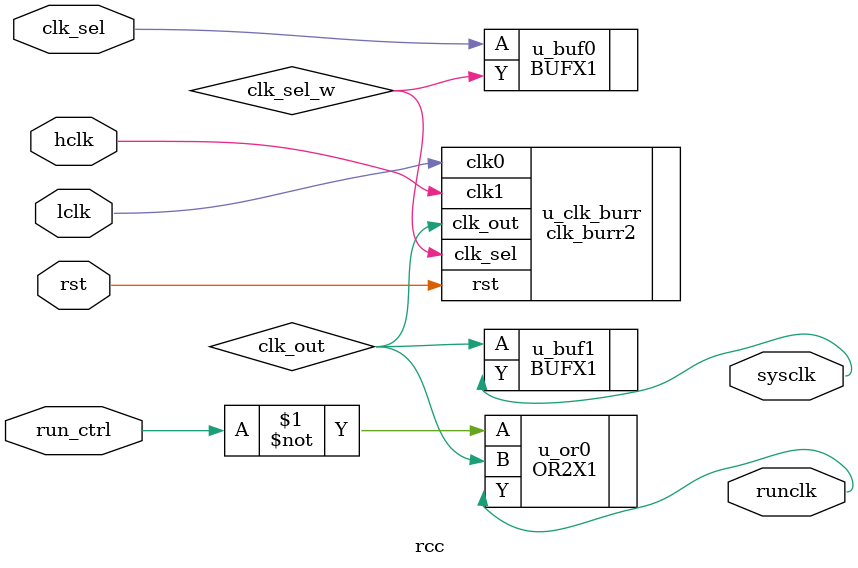
<source format=v>
`timescale 1ns/1ns

module  rcc (
  input   wire          rst       ,
  output  wire          sysclk    ,
  output  wire          runclk    ,
//  output  wire          runlclk   ,
//  output  wire          runhclk   ,
  input   wire          run_ctrl  ,
//  input   wire          speed_md  ,
  input   wire          clk_sel   ,
  input   wire          lclk      ,
  input   wire          hclk
);
//---------------------------------
wire  clk_out;
wire  clk_sel_w;
////---------------------------------
//always
//@(negedge rst or posedge lclk)
//begin
//  if(~rst)
//    lclk2 <=  1'b1;
//  else
//    lclk2 <=  ~lclk2;
//end
//---------------------------------
clk_burr2   u_clk_burr(
  .rst      (rst      ),
  .clk0     (lclk     ),
  .clk1     (hclk     ),
  .clk_sel  (clk_sel_w),
  .clk_out  (clk_out  )
);

BUFX1   u_buf0  ( .A(clk_sel),    .Y(clk_sel_w) );
BUFX1   u_buf1  ( .A(clk_out),    .Y(sysclk) );
OR2X1   u_or0   ( .A(~run_ctrl),  .B(clk_out), .Y(runclk));
//OR2X1   u_or1   ( .A(~run_ctrl),  .B(lclk),   .Y(runlclk));
//OR2X1   u_or2   ( .A(speed_md),   .B(hclk),   .Y(runhclk));

//assign  sysclk  = clk_out;
//assign  runclk  = ~run_ctrl | sysclk;
//assign  runlclk = ~run_ctrl | lclk;
//assign  runhclk = speed_md  | hclk;
//---------------------------------
endmodule

</source>
